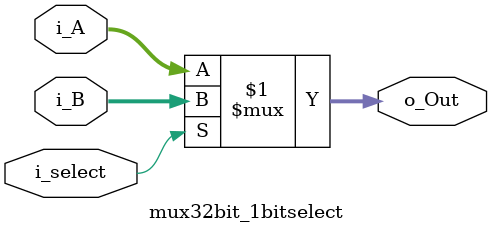
<source format=v>
module mux32bit_1bitselect(
	input[31:0] i_A, i_B,
	input i_select,
	output[31:0] o_Out
	);

	assign o_Out = i_select ? i_B : i_A; 
endmodule 

</source>
